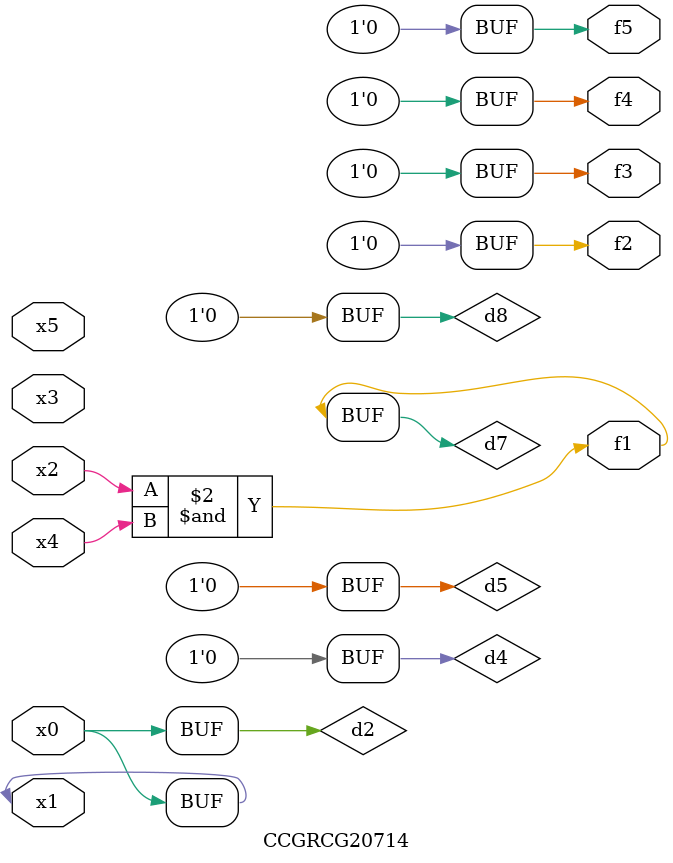
<source format=v>
module CCGRCG20714(
	input x0, x1, x2, x3, x4, x5,
	output f1, f2, f3, f4, f5
);

	wire d1, d2, d3, d4, d5, d6, d7, d8, d9;

	nand (d1, x1);
	buf (d2, x0, x1);
	nand (d3, x2, x4);
	and (d4, d1, d2);
	and (d5, d1, d2);
	nand (d6, d1, d3);
	not (d7, d3);
	xor (d8, d5);
	nor (d9, d5, d6);
	assign f1 = d7;
	assign f2 = d8;
	assign f3 = d8;
	assign f4 = d8;
	assign f5 = d8;
endmodule

</source>
